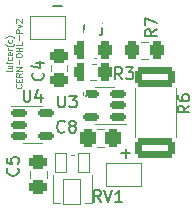
<source format=gbr>
%TF.GenerationSoftware,KiCad,Pcbnew,(6.0.1)*%
%TF.CreationDate,2024-03-24T12:18:52+01:00*%
%TF.ProjectId,Linterna_MT340L_V2,4c696e74-6572-46e6-915f-4d543334304c,rev?*%
%TF.SameCoordinates,Original*%
%TF.FileFunction,Legend,Top*%
%TF.FilePolarity,Positive*%
%FSLAX46Y46*%
G04 Gerber Fmt 4.6, Leading zero omitted, Abs format (unit mm)*
G04 Created by KiCad (PCBNEW (6.0.1)) date 2024-03-24 12:18:52*
%MOMM*%
%LPD*%
G01*
G04 APERTURE LIST*
G04 Aperture macros list*
%AMRoundRect*
0 Rectangle with rounded corners*
0 $1 Rounding radius*
0 $2 $3 $4 $5 $6 $7 $8 $9 X,Y pos of 4 corners*
0 Add a 4 corners polygon primitive as box body*
4,1,4,$2,$3,$4,$5,$6,$7,$8,$9,$2,$3,0*
0 Add four circle primitives for the rounded corners*
1,1,$1+$1,$2,$3*
1,1,$1+$1,$4,$5*
1,1,$1+$1,$6,$7*
1,1,$1+$1,$8,$9*
0 Add four rect primitives between the rounded corners*
20,1,$1+$1,$2,$3,$4,$5,0*
20,1,$1+$1,$4,$5,$6,$7,0*
20,1,$1+$1,$6,$7,$8,$9,0*
20,1,$1+$1,$8,$9,$2,$3,0*%
%AMFreePoly0*
4,1,329,0.087056,12.269672,0.769045,12.245857,0.771832,12.245681,1.451428,12.183833,1.454200,12.183503,2.129285,12.083815,2.132035,12.083330,2.800502,11.946113,2.803220,11.945475,3.462985,11.771158,3.465664,11.770370,4.114669,11.559495,4.117299,11.558558,4.753521,11.311784,4.756095,11.310702,5.377550,11.028797,5.380060,11.027573,5.984810,10.711418,5.987247,10.710056,6.573405,10.360635,
6.575763,10.359139,7.141503,9.977543,7.143773,9.975918,7.687329,9.563337,7.689505,9.561587,8.209182,9.119307,8.211257,9.117439,8.705435,8.646839,8.707402,8.644857,9.174541,8.147405,9.176395,8.145317,9.615036,7.622565,9.616771,7.620377,10.025548,7.073954,10.027157,7.071673,10.404794,6.503283,10.406274,6.500915,10.751594,5.912332,10.752939,5.909885,11.064864,5.302943,
11.066070,5.300425,11.343630,4.677017,11.344694,4.674435,11.587020,4.036505,11.587939,4.033869,11.794278,3.383407,11.795047,3.380722,11.964754,2.719757,11.965373,2.717035,12.097920,2.047626,12.098385,2.044873,12.193357,1.369109,12.193669,1.366334,12.250771,0.686323,12.250927,0.683535,12.269981,0.001396,12.269995,-0.000698,12.265231,-0.341900,12.265158,-0.343993,12.227065,-1.025334,
12.226831,-1.028116,12.150764,-1.706268,12.150376,-1.709033,12.036572,-2.381882,12.036029,-2.384621,11.884843,-3.050067,11.884149,-3.052772,11.696053,-3.708742,11.695209,-3.711403,11.470789,-4.355850,11.469797,-4.358461,11.209752,-4.989376,11.208617,-4.991926,10.913760,-5.607341,10.912483,-5.609825,10.583732,-6.207821,10.582319,-6.210229,10.220700,-6.788941,10.219155,-6.791267,9.825794,-7.348890,
9.824122,-7.351125,9.400248,-7.885922,9.398453,-7.888061,8.945387,-8.398362,8.943476,-8.400398,8.462630,-8.884612,8.460608,-8.886537,7.953482,-9.343155,7.951355,-9.344965,7.419531,-9.772563,7.417307,-9.774251,6.862443,-10.171494,6.860128,-10.173055,6.283955,-10.538706,6.281557,-10.540136,5.685871,-10.873054,5.683397,-10.874348,5.070055,-11.173494,5.067512,-11.174647,4.438428,-11.439090,
4.435825,-11.440100,3.792961,-11.669014,3.790305,-11.669877,3.135664,-11.862548,3.132965,-11.863261,2.468590,-12.019089,2.465854,-12.019650,1.793817,-12.138148,1.791055,-12.138556,1.113450,-12.219355,1.110670,-12.219608,0.429612,-12.262457,0.426821,-12.262555,-0.255567,-12.267319,-0.258358,-12.267260,-0.939949,-12.233925,-0.942733,-12.233711,-1.621399,-12.162380,-1.624167,-12.162011,-2.297794,-12.052907,
-2.300537,-12.052384,-2.967023,-11.905848,-2.969732,-11.905172,-3.626998,-11.721660,-3.629665,-11.720834,-4.275663,-11.500918,-4.278280,-11.499945,-4.910995,-11.244312,-4.913554,-11.243194,-5.531013,-10.952640,-5.533505,-10.951381,-6.133781,-10.626812,-6.136199,-10.625416,-6.717422,-10.267846,-6.719759,-10.266317,-7.280115,-9.876859,-7.282362,-9.875203,-7.820104,-9.455073,-7.822255,-9.453293,-8.335707,-9.003800,
-8.337756,-9.001903,-8.825315,-8.524449,-8.827255,-8.522440,-9.287403,-8.018515,-9.289227,-8.016401,-9.720526,-7.487575,-9.722230,-7.485363,-10.123338,-6.933286,-10.124915,-6.930982,-10.494579,-6.357375,-10.496026,-6.354987,-10.833095,-5.761639,-10.834406,-5.759174,-11.137827,-5.147936,-11.138998,-5.145401,-11.407826,-4.518179,-11.408854,-4.515583,-11.642250,-3.874332,-11.643131,-3.871683,-11.840368,-3.218404,
-11.841100,-3.215709,-12.001562,-2.552438,-12.002143,-2.549707,-12.125330,-1.878513,-12.125757,-1.875754,-12.211285,-1.198730,-12.211557,-1.195951,-12.259159,-0.515208,-12.259276,-0.512418,-12.263480,-0.211349,-12.263505,-0.209528,-9.232568,-0.209528,-9.199804,-0.804872,-9.128687,-1.396880,-9.019515,-1.983065,-8.872739,-2.561000,-8.688986,-3.128216,-8.468994,-3.682439,-8.213717,-4.221262,-7.924181,-4.742527,
-7.601618,-5.244006,-7.247368,-5.723622,-6.862902,-6.179383,-6.449817,-6.609392,-6.009867,-7.011827,-5.544858,-7.385035,-5.056704,-7.727480,-4.547513,-8.037682,-4.019331,-8.314396,-3.474416,-8.556438,-2.915002,-8.762817,-2.343436,-8.932665,-1.762111,-9.065273,-1.173432,-9.160091,-0.579871,-9.216721,0.016124,-9.234931,0.612035,-9.214642,1.205398,-9.155939,1.793742,-9.059067,2.374605,-8.924430,
2.945574,-8.752588,3.504261,-8.544258,4.048328,-8.300316,4.575540,-8.021760,5.083660,-7.709774,5.570589,-7.365647,6.034306,-6.990805,6.472857,-6.586830,6.884431,-6.155390,7.267305,-5.698289,7.619874,-5.217445,7.940690,-4.714832,8.228396,-4.192579,8.481801,-3.652843,8.699848,-3.097879,8.881630,-2.529991,9.026382,-1.951571,9.133506,-1.365024,9.202556,-0.772758,9.233272,-0.176722,
9.234963,-0.000561,9.215696,0.595947,9.158028,1.189424,9.062182,1.777937,8.928563,2.359018,8.757715,2.930298,8.550364,3.489342,8.307368,4.033839,8.029742,4.561519,7.718630,5.070203,7.375360,5.557722,7.001326,6.022096,6.598117,6.461351,6.167396,6.873677,5.710973,7.257340,5.230721,7.610766,4.728687,7.932448,4.206936,8.221064,3.667642,8.475412,3.113050,8.694431,
2.545499,8.877198,1.967329,9.022961,1.380939,9.131112,0.788824,9.201194,0.193409,9.232920,-0.402826,9.226155,-0.997373,9.180929,-1.587756,9.097431,-2.171522,8.976007,-2.746241,8.817163,-3.309509,8.621564,-3.858979,8.390023,-4.392356,8.123509,-4.907447,7.823117,-5.402043,7.490136,-5.874153,7.125906,-6.321758,6.731983,-6.743006,6.309999,-7.136149,5.861705,-7.499547,5.388970,
-7.831677,4.893777,-8.131162,4.378175,-8.396744,3.844333,-8.627325,3.294459,-8.821946,2.730838,-8.979782,2.155860,-9.100190,1.571866,-9.182655,0.981358,-9.226845,0.386717,-9.232568,-0.209528,-12.263505,-0.209528,-12.268804,0.169920,-12.268765,0.172712,-12.240189,0.854518,-12.239994,0.857303,-12.173403,1.536451,-12.173053,1.539221,-12.068654,2.213593,-12.068150,2.216340,-11.926270,2.883833,
-11.925614,2.886546,-11.746695,3.545078,-11.745888,3.547751,-11.530488,4.195268,-11.529533,4.197892,-11.278323,4.832376,-11.277223,4.834943,-10.990987,5.454415,-10.989745,5.456916,-10.669375,6.059444,-10.667996,6.061871,-10.314492,6.645575,-10.312980,6.647922,-9.927444,7.210984,-9.925802,7.213243,-9.509436,7.753905,-9.507672,7.756069,-9.061774,8.272646,-9.059891,8.274708,-8.585853,8.765589,
-8.583858,8.767543,-8.083157,9.231197,-8.081056,9.233036,-7.555254,9.668017,-7.553054,9.669736,-7.003791,10.074688,-7.001498,10.076281,-6.430486,10.449941,-6.428108,10.451404,-5.837128,10.792607,-5.834672,10.793935,-5.225567,11.101616,-5.223040,11.102805,-4.597710,11.376005,-4.595122,11.377051,-3.955516,11.614918,-3.952872,11.615818,-3.300985,11.817611,-3.298296,11.818362,-2.636162,11.983450,
-2.633435,11.984049,-1.963117,12.111919,-1.960361,12.112366,-1.283951,12.202619,-1.281174,12.202911,-0.600780,12.255264,-0.597991,12.255400,0.084264,12.269691,0.087056,12.269672,0.087056,12.269672,$1*%
G04 Aperture macros list end*
%ADD10C,0.125000*%
%ADD11C,0.150000*%
%ADD12C,0.120000*%
%ADD13RoundRect,0.300000X-0.325000X-0.450000X0.325000X-0.450000X0.325000X0.450000X-0.325000X0.450000X0*%
%ADD14RoundRect,0.050000X0.469900X0.774700X-0.469900X0.774700X-0.469900X-0.774700X0.469900X-0.774700X0*%
%ADD15RoundRect,0.050000X0.749300X1.066800X-0.749300X1.066800X-0.749300X-1.066800X0.749300X-1.066800X0*%
%ADD16RoundRect,0.299999X-1.425001X0.512501X-1.425001X-0.512501X1.425001X-0.512501X1.425001X0.512501X0*%
%ADD17RoundRect,0.050000X1.500000X-1.000000X1.500000X1.000000X-1.500000X1.000000X-1.500000X-1.000000X0*%
%ADD18RoundRect,0.300000X0.325000X0.450000X-0.325000X0.450000X-0.325000X-0.450000X0.325000X-0.450000X0*%
%ADD19RoundRect,0.200000X0.512500X0.150000X-0.512500X0.150000X-0.512500X-0.150000X0.512500X-0.150000X0*%
%ADD20RoundRect,0.300000X-0.450000X0.325000X-0.450000X-0.325000X0.450000X-0.325000X0.450000X0.325000X0*%
%ADD21RoundRect,0.200000X-0.512500X-0.150000X0.512500X-0.150000X0.512500X0.150000X-0.512500X0.150000X0*%
%ADD22C,1.624000*%
%ADD23FreePoly0,0.000000*%
%ADD24C,5.040000*%
%ADD25RoundRect,0.300000X0.337500X0.475000X-0.337500X0.475000X-0.337500X-0.475000X0.337500X-0.475000X0*%
%ADD26O,1.243000X0.957250*%
G04 APERTURE END LIST*
D10*
X143923690Y-97407142D02*
X143899880Y-97454761D01*
X143852261Y-97478571D01*
X143423690Y-97478571D01*
X143590357Y-97002380D02*
X143923690Y-97002380D01*
X143590357Y-97216666D02*
X143852261Y-97216666D01*
X143899880Y-97192857D01*
X143923690Y-97145238D01*
X143923690Y-97073809D01*
X143899880Y-97026190D01*
X143876071Y-97002380D01*
X143923690Y-96764285D02*
X143590357Y-96764285D01*
X143423690Y-96764285D02*
X143447500Y-96788095D01*
X143471309Y-96764285D01*
X143447500Y-96740476D01*
X143423690Y-96764285D01*
X143471309Y-96764285D01*
X143899880Y-96311904D02*
X143923690Y-96359523D01*
X143923690Y-96454761D01*
X143899880Y-96502380D01*
X143876071Y-96526190D01*
X143828452Y-96550000D01*
X143685595Y-96550000D01*
X143637976Y-96526190D01*
X143614166Y-96502380D01*
X143590357Y-96454761D01*
X143590357Y-96359523D01*
X143614166Y-96311904D01*
X143899880Y-95907142D02*
X143923690Y-95954761D01*
X143923690Y-96050000D01*
X143899880Y-96097619D01*
X143852261Y-96121428D01*
X143661785Y-96121428D01*
X143614166Y-96097619D01*
X143590357Y-96050000D01*
X143590357Y-95954761D01*
X143614166Y-95907142D01*
X143661785Y-95883333D01*
X143709404Y-95883333D01*
X143757023Y-96121428D01*
X143923690Y-95669047D02*
X143590357Y-95669047D01*
X143685595Y-95669047D02*
X143637976Y-95645238D01*
X143614166Y-95621428D01*
X143590357Y-95573809D01*
X143590357Y-95526190D01*
X144114166Y-95216666D02*
X144090357Y-95240476D01*
X144018928Y-95288095D01*
X143971309Y-95311904D01*
X143899880Y-95335714D01*
X143780833Y-95359523D01*
X143685595Y-95359523D01*
X143566547Y-95335714D01*
X143495119Y-95311904D01*
X143447500Y-95288095D01*
X143376071Y-95240476D01*
X143352261Y-95216666D01*
X143899880Y-94811904D02*
X143923690Y-94859523D01*
X143923690Y-94954761D01*
X143899880Y-95002380D01*
X143876071Y-95026190D01*
X143828452Y-95050000D01*
X143685595Y-95050000D01*
X143637976Y-95026190D01*
X143614166Y-95002380D01*
X143590357Y-94954761D01*
X143590357Y-94859523D01*
X143614166Y-94811904D01*
X144114166Y-94645238D02*
X144090357Y-94621428D01*
X144018928Y-94573809D01*
X143971309Y-94550000D01*
X143899880Y-94526190D01*
X143780833Y-94502380D01*
X143685595Y-94502380D01*
X143566547Y-94526190D01*
X143495119Y-94550000D01*
X143447500Y-94573809D01*
X143376071Y-94621428D01*
X143352261Y-94645238D01*
X144681071Y-98597619D02*
X144704880Y-98621428D01*
X144728690Y-98692857D01*
X144728690Y-98740476D01*
X144704880Y-98811904D01*
X144657261Y-98859523D01*
X144609642Y-98883333D01*
X144514404Y-98907142D01*
X144442976Y-98907142D01*
X144347738Y-98883333D01*
X144300119Y-98859523D01*
X144252500Y-98811904D01*
X144228690Y-98740476D01*
X144228690Y-98692857D01*
X144252500Y-98621428D01*
X144276309Y-98597619D01*
X144466785Y-98383333D02*
X144466785Y-98216666D01*
X144728690Y-98145238D02*
X144728690Y-98383333D01*
X144228690Y-98383333D01*
X144228690Y-98145238D01*
X144728690Y-97645238D02*
X144490595Y-97811904D01*
X144728690Y-97930952D02*
X144228690Y-97930952D01*
X144228690Y-97740476D01*
X144252500Y-97692857D01*
X144276309Y-97669047D01*
X144323928Y-97645238D01*
X144395357Y-97645238D01*
X144442976Y-97669047D01*
X144466785Y-97692857D01*
X144490595Y-97740476D01*
X144490595Y-97930952D01*
X144728690Y-97430952D02*
X144228690Y-97430952D01*
X144728690Y-97145238D01*
X144228690Y-97145238D01*
X144538214Y-96907142D02*
X144538214Y-96526190D01*
X144228690Y-96192857D02*
X144228690Y-96097619D01*
X144252500Y-96050000D01*
X144300119Y-96002380D01*
X144395357Y-95978571D01*
X144562023Y-95978571D01*
X144657261Y-96002380D01*
X144704880Y-96050000D01*
X144728690Y-96097619D01*
X144728690Y-96192857D01*
X144704880Y-96240476D01*
X144657261Y-96288095D01*
X144562023Y-96311904D01*
X144395357Y-96311904D01*
X144300119Y-96288095D01*
X144252500Y-96240476D01*
X144228690Y-96192857D01*
X144728690Y-95764285D02*
X144228690Y-95764285D01*
X144466785Y-95764285D02*
X144466785Y-95478571D01*
X144728690Y-95478571D02*
X144228690Y-95478571D01*
X144728690Y-95002380D02*
X144728690Y-95240476D01*
X144228690Y-95240476D01*
X144538214Y-94835714D02*
X144538214Y-94454761D01*
X144728690Y-94216666D02*
X144228690Y-94216666D01*
X144228690Y-94026190D01*
X144252500Y-93978571D01*
X144276309Y-93954761D01*
X144323928Y-93930952D01*
X144395357Y-93930952D01*
X144442976Y-93954761D01*
X144466785Y-93978571D01*
X144490595Y-94026190D01*
X144490595Y-94216666D01*
X144395357Y-93764285D02*
X144728690Y-93645238D01*
X144395357Y-93526190D01*
X144276309Y-93359523D02*
X144252500Y-93335714D01*
X144228690Y-93288095D01*
X144228690Y-93169047D01*
X144252500Y-93121428D01*
X144276309Y-93097619D01*
X144323928Y-93073809D01*
X144371547Y-93073809D01*
X144442976Y-93097619D01*
X144728690Y-93383333D01*
X144728690Y-93073809D01*
D11*
%TO.C,C3*%
X150608333Y-94332142D02*
X150560714Y-94379761D01*
X150417857Y-94427380D01*
X150322619Y-94427380D01*
X150179761Y-94379761D01*
X150084523Y-94284523D01*
X150036904Y-94189285D01*
X149989285Y-93998809D01*
X149989285Y-93855952D01*
X150036904Y-93665476D01*
X150084523Y-93570238D01*
X150179761Y-93475000D01*
X150322619Y-93427380D01*
X150417857Y-93427380D01*
X150560714Y-93475000D01*
X150608333Y-93522619D01*
X150941666Y-93427380D02*
X151560714Y-93427380D01*
X151227380Y-93808333D01*
X151370238Y-93808333D01*
X151465476Y-93855952D01*
X151513095Y-93903571D01*
X151560714Y-93998809D01*
X151560714Y-94236904D01*
X151513095Y-94332142D01*
X151465476Y-94379761D01*
X151370238Y-94427380D01*
X151084523Y-94427380D01*
X150989285Y-94379761D01*
X150941666Y-94332142D01*
%TO.C,RV1*%
X151429761Y-108552380D02*
X151096428Y-108076190D01*
X150858333Y-108552380D02*
X150858333Y-107552380D01*
X151239285Y-107552380D01*
X151334523Y-107600000D01*
X151382142Y-107647619D01*
X151429761Y-107742857D01*
X151429761Y-107885714D01*
X151382142Y-107980952D01*
X151334523Y-108028571D01*
X151239285Y-108076190D01*
X150858333Y-108076190D01*
X151715476Y-107552380D02*
X152048809Y-108552380D01*
X152382142Y-107552380D01*
X153239285Y-108552380D02*
X152667857Y-108552380D01*
X152953571Y-108552380D02*
X152953571Y-107552380D01*
X152858333Y-107695238D01*
X152763095Y-107790476D01*
X152667857Y-107838095D01*
%TO.C,R6*%
X158927380Y-100391666D02*
X158451190Y-100725000D01*
X158927380Y-100963095D02*
X157927380Y-100963095D01*
X157927380Y-100582142D01*
X157975000Y-100486904D01*
X158022619Y-100439285D01*
X158117857Y-100391666D01*
X158260714Y-100391666D01*
X158355952Y-100439285D01*
X158403571Y-100486904D01*
X158451190Y-100582142D01*
X158451190Y-100963095D01*
X157927380Y-99534523D02*
X157927380Y-99725000D01*
X157975000Y-99820238D01*
X158022619Y-99867857D01*
X158165476Y-99963095D01*
X158355952Y-100010714D01*
X158736904Y-100010714D01*
X158832142Y-99963095D01*
X158879761Y-99915476D01*
X158927380Y-99820238D01*
X158927380Y-99629761D01*
X158879761Y-99534523D01*
X158832142Y-99486904D01*
X158736904Y-99439285D01*
X158498809Y-99439285D01*
X158403571Y-99486904D01*
X158355952Y-99534523D01*
X158308333Y-99629761D01*
X158308333Y-99820238D01*
X158355952Y-99915476D01*
X158403571Y-99963095D01*
X158498809Y-100010714D01*
%TO.C,-1*%
X147419047Y-91971428D02*
X148180952Y-91971428D01*
%TO.C,R3*%
X153233333Y-98152380D02*
X152900000Y-97676190D01*
X152661904Y-98152380D02*
X152661904Y-97152380D01*
X153042857Y-97152380D01*
X153138095Y-97200000D01*
X153185714Y-97247619D01*
X153233333Y-97342857D01*
X153233333Y-97485714D01*
X153185714Y-97580952D01*
X153138095Y-97628571D01*
X153042857Y-97676190D01*
X152661904Y-97676190D01*
X153566666Y-97152380D02*
X154185714Y-97152380D01*
X153852380Y-97533333D01*
X153995238Y-97533333D01*
X154090476Y-97580952D01*
X154138095Y-97628571D01*
X154185714Y-97723809D01*
X154185714Y-97961904D01*
X154138095Y-98057142D01*
X154090476Y-98104761D01*
X153995238Y-98152380D01*
X153709523Y-98152380D01*
X153614285Y-98104761D01*
X153566666Y-98057142D01*
%TO.C,R7*%
X156152380Y-93941666D02*
X155676190Y-94275000D01*
X156152380Y-94513095D02*
X155152380Y-94513095D01*
X155152380Y-94132142D01*
X155200000Y-94036904D01*
X155247619Y-93989285D01*
X155342857Y-93941666D01*
X155485714Y-93941666D01*
X155580952Y-93989285D01*
X155628571Y-94036904D01*
X155676190Y-94132142D01*
X155676190Y-94513095D01*
X155152380Y-93608333D02*
X155152380Y-92941666D01*
X156152380Y-93370238D01*
%TO.C,U3*%
X147813095Y-99552380D02*
X147813095Y-100361904D01*
X147860714Y-100457142D01*
X147908333Y-100504761D01*
X148003571Y-100552380D01*
X148194047Y-100552380D01*
X148289285Y-100504761D01*
X148336904Y-100457142D01*
X148384523Y-100361904D01*
X148384523Y-99552380D01*
X148765476Y-99552380D02*
X149384523Y-99552380D01*
X149051190Y-99933333D01*
X149194047Y-99933333D01*
X149289285Y-99980952D01*
X149336904Y-100028571D01*
X149384523Y-100123809D01*
X149384523Y-100361904D01*
X149336904Y-100457142D01*
X149289285Y-100504761D01*
X149194047Y-100552380D01*
X148908333Y-100552380D01*
X148813095Y-100504761D01*
X148765476Y-100457142D01*
%TO.C,+1*%
X153169047Y-104421428D02*
X153930952Y-104421428D01*
X153550000Y-104802380D02*
X153550000Y-104040476D01*
%TO.C,C4*%
X146507142Y-97616666D02*
X146554761Y-97664285D01*
X146602380Y-97807142D01*
X146602380Y-97902380D01*
X146554761Y-98045238D01*
X146459523Y-98140476D01*
X146364285Y-98188095D01*
X146173809Y-98235714D01*
X146030952Y-98235714D01*
X145840476Y-98188095D01*
X145745238Y-98140476D01*
X145650000Y-98045238D01*
X145602380Y-97902380D01*
X145602380Y-97807142D01*
X145650000Y-97664285D01*
X145697619Y-97616666D01*
X145935714Y-96759523D02*
X146602380Y-96759523D01*
X145554761Y-96997619D02*
X146269047Y-97235714D01*
X146269047Y-96616666D01*
%TO.C,C5*%
X144382142Y-105691666D02*
X144429761Y-105739285D01*
X144477380Y-105882142D01*
X144477380Y-105977380D01*
X144429761Y-106120238D01*
X144334523Y-106215476D01*
X144239285Y-106263095D01*
X144048809Y-106310714D01*
X143905952Y-106310714D01*
X143715476Y-106263095D01*
X143620238Y-106215476D01*
X143525000Y-106120238D01*
X143477380Y-105977380D01*
X143477380Y-105882142D01*
X143525000Y-105739285D01*
X143572619Y-105691666D01*
X143477380Y-104786904D02*
X143477380Y-105263095D01*
X143953571Y-105310714D01*
X143905952Y-105263095D01*
X143858333Y-105167857D01*
X143858333Y-104929761D01*
X143905952Y-104834523D01*
X143953571Y-104786904D01*
X144048809Y-104739285D01*
X144286904Y-104739285D01*
X144382142Y-104786904D01*
X144429761Y-104834523D01*
X144477380Y-104929761D01*
X144477380Y-105167857D01*
X144429761Y-105263095D01*
X144382142Y-105310714D01*
%TO.C,U4*%
X144888095Y-99052380D02*
X144888095Y-99861904D01*
X144935714Y-99957142D01*
X144983333Y-100004761D01*
X145078571Y-100052380D01*
X145269047Y-100052380D01*
X145364285Y-100004761D01*
X145411904Y-99957142D01*
X145459523Y-99861904D01*
X145459523Y-99052380D01*
X146364285Y-99385714D02*
X146364285Y-100052380D01*
X146126190Y-99004761D02*
X145888095Y-99719047D01*
X146507142Y-99719047D01*
%TO.C,C8*%
X148358333Y-102582142D02*
X148310714Y-102629761D01*
X148167857Y-102677380D01*
X148072619Y-102677380D01*
X147929761Y-102629761D01*
X147834523Y-102534523D01*
X147786904Y-102439285D01*
X147739285Y-102248809D01*
X147739285Y-102105952D01*
X147786904Y-101915476D01*
X147834523Y-101820238D01*
X147929761Y-101725000D01*
X148072619Y-101677380D01*
X148167857Y-101677380D01*
X148310714Y-101725000D01*
X148358333Y-101772619D01*
X148929761Y-102105952D02*
X148834523Y-102058333D01*
X148786904Y-102010714D01*
X148739285Y-101915476D01*
X148739285Y-101867857D01*
X148786904Y-101772619D01*
X148834523Y-101725000D01*
X148929761Y-101677380D01*
X149120238Y-101677380D01*
X149215476Y-101725000D01*
X149263095Y-101772619D01*
X149310714Y-101867857D01*
X149310714Y-101915476D01*
X149263095Y-102010714D01*
X149215476Y-102058333D01*
X149120238Y-102105952D01*
X148929761Y-102105952D01*
X148834523Y-102153571D01*
X148786904Y-102201190D01*
X148739285Y-102296428D01*
X148739285Y-102486904D01*
X148786904Y-102582142D01*
X148834523Y-102629761D01*
X148929761Y-102677380D01*
X149120238Y-102677380D01*
X149215476Y-102629761D01*
X149263095Y-102582142D01*
X149310714Y-102486904D01*
X149310714Y-102296428D01*
X149263095Y-102201190D01*
X149215476Y-102153571D01*
X149120238Y-102105952D01*
D12*
%TO.C,C3*%
X150488748Y-94940000D02*
X151011252Y-94940000D01*
X150488748Y-96360000D02*
X151011252Y-96360000D01*
%TO.C,RV1*%
X147399400Y-108664800D02*
X147399400Y-106284740D01*
X147399400Y-108664800D02*
X147942960Y-108664800D01*
X150650600Y-108664800D02*
X150650600Y-106284740D01*
X149172360Y-104600800D02*
X148877640Y-104600800D01*
X150107040Y-108664800D02*
X150650600Y-108664800D01*
%TO.C,R6*%
X154340000Y-98922936D02*
X154340000Y-103027064D01*
X157760000Y-98922936D02*
X157760000Y-103027064D01*
%TO.C,R3*%
X150488748Y-98260000D02*
X151011252Y-98260000D01*
X150488748Y-96840000D02*
X151011252Y-96840000D01*
%TO.C,R7*%
X155386252Y-95015000D02*
X154863748Y-95015000D01*
X155386252Y-96435000D02*
X154863748Y-96435000D01*
%TO.C,U3*%
X151725000Y-98815000D02*
X152525000Y-98815000D01*
X151725000Y-101935000D02*
X150925000Y-101935000D01*
X151725000Y-101935000D02*
X153525000Y-101935000D01*
X151725000Y-98815000D02*
X150925000Y-98815000D01*
%TO.C,C4*%
X147190000Y-96913748D02*
X147190000Y-97436252D01*
X148610000Y-96913748D02*
X148610000Y-97436252D01*
%TO.C,C5*%
X146835000Y-105963748D02*
X146835000Y-106486252D01*
X145415000Y-105963748D02*
X145415000Y-106486252D01*
%TO.C,U4*%
X145650000Y-100440000D02*
X146450000Y-100440000D01*
X145650000Y-103560000D02*
X146450000Y-103560000D01*
X145650000Y-103560000D02*
X144850000Y-103560000D01*
X145650000Y-100440000D02*
X143850000Y-100440000D01*
%TO.C,C8*%
X151661252Y-103860000D02*
X151138748Y-103860000D01*
X151661252Y-102390000D02*
X151138748Y-102390000D01*
%TD*%
%LPC*%
D13*
%TO.C,C3*%
X149725000Y-95650000D03*
X151775000Y-95650000D03*
%TD*%
D14*
%TO.C,RV1*%
X149975000Y-105248500D03*
D15*
X149025000Y-107725000D03*
D14*
X148075000Y-105248500D03*
%TD*%
D16*
%TO.C,R6*%
X156050000Y-97987500D03*
X156050000Y-103962500D03*
%TD*%
D17*
%TO.C,-1*%
X146975000Y-93825000D03*
%TD*%
D13*
%TO.C,R3*%
X149725000Y-97550000D03*
X151775000Y-97550000D03*
%TD*%
D18*
%TO.C,R7*%
X156150000Y-95725000D03*
X154100000Y-95725000D03*
%TD*%
D19*
%TO.C,U3*%
X152862500Y-101325000D03*
X152862500Y-100375000D03*
X152862500Y-99425000D03*
X150587500Y-99425000D03*
X150587500Y-101325000D03*
%TD*%
D17*
%TO.C,+1*%
X153425000Y-106250000D03*
%TD*%
D20*
%TO.C,C4*%
X147900000Y-96150000D03*
X147900000Y-98200000D03*
%TD*%
%TO.C,C5*%
X146125000Y-105200000D03*
X146125000Y-107250000D03*
%TD*%
D21*
%TO.C,U4*%
X144512500Y-101050000D03*
X144512500Y-102000000D03*
X144512500Y-102950000D03*
X146787500Y-102950000D03*
X146787500Y-101050000D03*
%TD*%
D22*
%TO.C,J2*%
X143142000Y-108128000D03*
X156096000Y-91364000D03*
X139250000Y-100000000D03*
X142634000Y-92126000D03*
D23*
X150000000Y-100000000D03*
D22*
X160750000Y-100000000D03*
D24*
X150000000Y-88250000D03*
D22*
X157620000Y-107366000D03*
D24*
X150000000Y-111750000D03*
%TD*%
D25*
%TO.C,C8*%
X152437500Y-103125000D03*
X150362500Y-103125000D03*
%TD*%
D26*
%TO.C,U1*%
X142400000Y-98700000D03*
X142400000Y-99970000D03*
X142400000Y-101240000D03*
%TD*%
M02*

</source>
